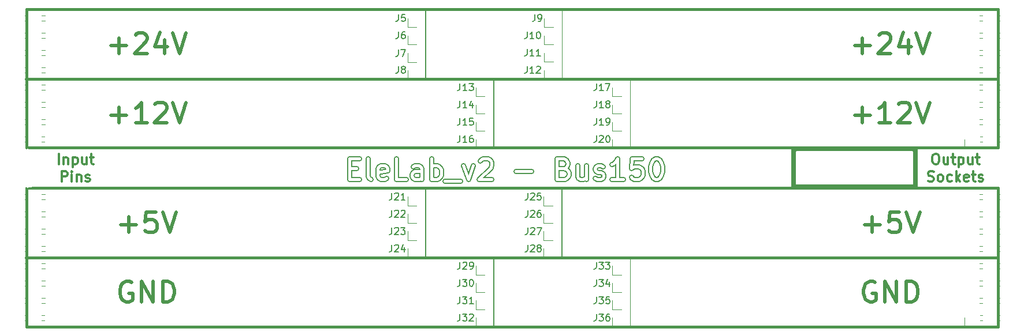
<source format=gto>
G04 #@! TF.GenerationSoftware,KiCad,Pcbnew,(5.0.2)-1*
G04 #@! TF.CreationDate,2019-08-28T19:48:53+02:00*
G04 #@! TF.ProjectId,EleLab_v2_Bus150,456c654c-6162-45f7-9632-5f4275733135,rev?*
G04 #@! TF.SameCoordinates,Original*
G04 #@! TF.FileFunction,Legend,Top*
G04 #@! TF.FilePolarity,Positive*
%FSLAX46Y46*%
G04 Gerber Fmt 4.6, Leading zero omitted, Abs format (unit mm)*
G04 Created by KiCad (PCBNEW (5.0.2)-1) date 28/08/2019 19:48:53*
%MOMM*%
%LPD*%
G01*
G04 APERTURE LIST*
%ADD10C,0.400000*%
%ADD11C,0.500000*%
%ADD12C,0.300000*%
%ADD13C,0.750000*%
%ADD14C,0.120000*%
%ADD15C,1.000000*%
%ADD16C,0.150000*%
%ADD17R,1.802000X1.802000*%
%ADD18O,1.802000X1.802000*%
%ADD19C,5.700000*%
%ADD20C,0.100000*%
%ADD21C,1.002000*%
%ADD22O,1.702000X1.702000*%
%ADD23C,1.702000*%
G04 APERTURE END LIST*
D10*
X245200000Y-107950000D02*
X245200000Y-128250000D01*
X245200000Y-118150000D02*
X102700000Y-118150000D01*
X102800000Y-128300000D02*
X245200000Y-128300000D01*
X102800000Y-107950000D02*
X245200000Y-107950000D01*
X102800000Y-107950000D02*
X102800000Y-128250000D01*
D11*
X225642857Y-113314285D02*
X227928571Y-113314285D01*
X226785714Y-114457142D02*
X226785714Y-112171428D01*
X230785714Y-111457142D02*
X229357142Y-111457142D01*
X229214285Y-112885714D01*
X229357142Y-112742857D01*
X229642857Y-112600000D01*
X230357142Y-112600000D01*
X230642857Y-112742857D01*
X230785714Y-112885714D01*
X230928571Y-113171428D01*
X230928571Y-113885714D01*
X230785714Y-114171428D01*
X230642857Y-114314285D01*
X230357142Y-114457142D01*
X229642857Y-114457142D01*
X229357142Y-114314285D01*
X229214285Y-114171428D01*
X231785714Y-111457142D02*
X232785714Y-114457142D01*
X233785714Y-111457142D01*
X227214285Y-121800000D02*
X226928571Y-121657142D01*
X226500000Y-121657142D01*
X226071428Y-121800000D01*
X225785714Y-122085714D01*
X225642857Y-122371428D01*
X225500000Y-122942857D01*
X225500000Y-123371428D01*
X225642857Y-123942857D01*
X225785714Y-124228571D01*
X226071428Y-124514285D01*
X226500000Y-124657142D01*
X226785714Y-124657142D01*
X227214285Y-124514285D01*
X227357142Y-124371428D01*
X227357142Y-123371428D01*
X226785714Y-123371428D01*
X228642857Y-124657142D02*
X228642857Y-121657142D01*
X230357142Y-124657142D01*
X230357142Y-121657142D01*
X231785714Y-124657142D02*
X231785714Y-121657142D01*
X232500000Y-121657142D01*
X232928571Y-121800000D01*
X233214285Y-122085714D01*
X233357142Y-122371428D01*
X233500000Y-122942857D01*
X233500000Y-123371428D01*
X233357142Y-123942857D01*
X233214285Y-124228571D01*
X232928571Y-124514285D01*
X232500000Y-124657142D01*
X231785714Y-124657142D01*
X118214285Y-121800000D02*
X117928571Y-121657142D01*
X117500000Y-121657142D01*
X117071428Y-121800000D01*
X116785714Y-122085714D01*
X116642857Y-122371428D01*
X116500000Y-122942857D01*
X116500000Y-123371428D01*
X116642857Y-123942857D01*
X116785714Y-124228571D01*
X117071428Y-124514285D01*
X117500000Y-124657142D01*
X117785714Y-124657142D01*
X118214285Y-124514285D01*
X118357142Y-124371428D01*
X118357142Y-123371428D01*
X117785714Y-123371428D01*
X119642857Y-124657142D02*
X119642857Y-121657142D01*
X121357142Y-124657142D01*
X121357142Y-121657142D01*
X122785714Y-124657142D02*
X122785714Y-121657142D01*
X123500000Y-121657142D01*
X123928571Y-121800000D01*
X124214285Y-122085714D01*
X124357142Y-122371428D01*
X124500000Y-122942857D01*
X124500000Y-123371428D01*
X124357142Y-123942857D01*
X124214285Y-124228571D01*
X123928571Y-124514285D01*
X123500000Y-124657142D01*
X122785714Y-124657142D01*
X116642857Y-113314285D02*
X118928571Y-113314285D01*
X117785714Y-114457142D02*
X117785714Y-112171428D01*
X121785714Y-111457142D02*
X120357142Y-111457142D01*
X120214285Y-112885714D01*
X120357142Y-112742857D01*
X120642857Y-112600000D01*
X121357142Y-112600000D01*
X121642857Y-112742857D01*
X121785714Y-112885714D01*
X121928571Y-113171428D01*
X121928571Y-113885714D01*
X121785714Y-114171428D01*
X121642857Y-114314285D01*
X121357142Y-114457142D01*
X120642857Y-114457142D01*
X120357142Y-114314285D01*
X120214285Y-114171428D01*
X122785714Y-111457142D02*
X123785714Y-114457142D01*
X124785714Y-111457142D01*
D10*
X245200000Y-81700000D02*
X245200000Y-102000000D01*
X102800000Y-81700000D02*
X102800000Y-102000000D01*
D12*
X235964285Y-102903571D02*
X236250000Y-102903571D01*
X236392857Y-102975000D01*
X236535714Y-103117857D01*
X236607142Y-103403571D01*
X236607142Y-103903571D01*
X236535714Y-104189285D01*
X236392857Y-104332142D01*
X236250000Y-104403571D01*
X235964285Y-104403571D01*
X235821428Y-104332142D01*
X235678571Y-104189285D01*
X235607142Y-103903571D01*
X235607142Y-103403571D01*
X235678571Y-103117857D01*
X235821428Y-102975000D01*
X235964285Y-102903571D01*
X237892857Y-103403571D02*
X237892857Y-104403571D01*
X237250000Y-103403571D02*
X237250000Y-104189285D01*
X237321428Y-104332142D01*
X237464285Y-104403571D01*
X237678571Y-104403571D01*
X237821428Y-104332142D01*
X237892857Y-104260714D01*
X238392857Y-103403571D02*
X238964285Y-103403571D01*
X238607142Y-102903571D02*
X238607142Y-104189285D01*
X238678571Y-104332142D01*
X238821428Y-104403571D01*
X238964285Y-104403571D01*
X239464285Y-103403571D02*
X239464285Y-104903571D01*
X239464285Y-103475000D02*
X239607142Y-103403571D01*
X239892857Y-103403571D01*
X240035714Y-103475000D01*
X240107142Y-103546428D01*
X240178571Y-103689285D01*
X240178571Y-104117857D01*
X240107142Y-104260714D01*
X240035714Y-104332142D01*
X239892857Y-104403571D01*
X239607142Y-104403571D01*
X239464285Y-104332142D01*
X241464285Y-103403571D02*
X241464285Y-104403571D01*
X240821428Y-103403571D02*
X240821428Y-104189285D01*
X240892857Y-104332142D01*
X241035714Y-104403571D01*
X241250000Y-104403571D01*
X241392857Y-104332142D01*
X241464285Y-104260714D01*
X241964285Y-103403571D02*
X242535714Y-103403571D01*
X242178571Y-102903571D02*
X242178571Y-104189285D01*
X242250000Y-104332142D01*
X242392857Y-104403571D01*
X242535714Y-104403571D01*
X234964285Y-106882142D02*
X235178571Y-106953571D01*
X235535714Y-106953571D01*
X235678571Y-106882142D01*
X235750000Y-106810714D01*
X235821428Y-106667857D01*
X235821428Y-106525000D01*
X235750000Y-106382142D01*
X235678571Y-106310714D01*
X235535714Y-106239285D01*
X235250000Y-106167857D01*
X235107142Y-106096428D01*
X235035714Y-106025000D01*
X234964285Y-105882142D01*
X234964285Y-105739285D01*
X235035714Y-105596428D01*
X235107142Y-105525000D01*
X235250000Y-105453571D01*
X235607142Y-105453571D01*
X235821428Y-105525000D01*
X236678571Y-106953571D02*
X236535714Y-106882142D01*
X236464285Y-106810714D01*
X236392857Y-106667857D01*
X236392857Y-106239285D01*
X236464285Y-106096428D01*
X236535714Y-106025000D01*
X236678571Y-105953571D01*
X236892857Y-105953571D01*
X237035714Y-106025000D01*
X237107142Y-106096428D01*
X237178571Y-106239285D01*
X237178571Y-106667857D01*
X237107142Y-106810714D01*
X237035714Y-106882142D01*
X236892857Y-106953571D01*
X236678571Y-106953571D01*
X238464285Y-106882142D02*
X238321428Y-106953571D01*
X238035714Y-106953571D01*
X237892857Y-106882142D01*
X237821428Y-106810714D01*
X237750000Y-106667857D01*
X237750000Y-106239285D01*
X237821428Y-106096428D01*
X237892857Y-106025000D01*
X238035714Y-105953571D01*
X238321428Y-105953571D01*
X238464285Y-106025000D01*
X239107142Y-106953571D02*
X239107142Y-105453571D01*
X239250000Y-106382142D02*
X239678571Y-106953571D01*
X239678571Y-105953571D02*
X239107142Y-106525000D01*
X240892857Y-106882142D02*
X240750000Y-106953571D01*
X240464285Y-106953571D01*
X240321428Y-106882142D01*
X240250000Y-106739285D01*
X240250000Y-106167857D01*
X240321428Y-106025000D01*
X240464285Y-105953571D01*
X240750000Y-105953571D01*
X240892857Y-106025000D01*
X240964285Y-106167857D01*
X240964285Y-106310714D01*
X240250000Y-106453571D01*
X241392857Y-105953571D02*
X241964285Y-105953571D01*
X241607142Y-105453571D02*
X241607142Y-106739285D01*
X241678571Y-106882142D01*
X241821428Y-106953571D01*
X241964285Y-106953571D01*
X242392857Y-106882142D02*
X242535714Y-106953571D01*
X242821428Y-106953571D01*
X242964285Y-106882142D01*
X243035714Y-106739285D01*
X243035714Y-106667857D01*
X242964285Y-106525000D01*
X242821428Y-106453571D01*
X242607142Y-106453571D01*
X242464285Y-106382142D01*
X242392857Y-106239285D01*
X242392857Y-106167857D01*
X242464285Y-106025000D01*
X242607142Y-105953571D01*
X242821428Y-105953571D01*
X242964285Y-106025000D01*
X107535714Y-104403571D02*
X107535714Y-102903571D01*
X108250000Y-103403571D02*
X108250000Y-104403571D01*
X108250000Y-103546428D02*
X108321428Y-103475000D01*
X108464285Y-103403571D01*
X108678571Y-103403571D01*
X108821428Y-103475000D01*
X108892857Y-103617857D01*
X108892857Y-104403571D01*
X109607142Y-103403571D02*
X109607142Y-104903571D01*
X109607142Y-103475000D02*
X109750000Y-103403571D01*
X110035714Y-103403571D01*
X110178571Y-103475000D01*
X110250000Y-103546428D01*
X110321428Y-103689285D01*
X110321428Y-104117857D01*
X110250000Y-104260714D01*
X110178571Y-104332142D01*
X110035714Y-104403571D01*
X109750000Y-104403571D01*
X109607142Y-104332142D01*
X111607142Y-103403571D02*
X111607142Y-104403571D01*
X110964285Y-103403571D02*
X110964285Y-104189285D01*
X111035714Y-104332142D01*
X111178571Y-104403571D01*
X111392857Y-104403571D01*
X111535714Y-104332142D01*
X111607142Y-104260714D01*
X112107142Y-103403571D02*
X112678571Y-103403571D01*
X112321428Y-102903571D02*
X112321428Y-104189285D01*
X112392857Y-104332142D01*
X112535714Y-104403571D01*
X112678571Y-104403571D01*
X107964285Y-106953571D02*
X107964285Y-105453571D01*
X108535714Y-105453571D01*
X108678571Y-105525000D01*
X108750000Y-105596428D01*
X108821428Y-105739285D01*
X108821428Y-105953571D01*
X108750000Y-106096428D01*
X108678571Y-106167857D01*
X108535714Y-106239285D01*
X107964285Y-106239285D01*
X109464285Y-106953571D02*
X109464285Y-105953571D01*
X109464285Y-105453571D02*
X109392857Y-105525000D01*
X109464285Y-105596428D01*
X109535714Y-105525000D01*
X109464285Y-105453571D01*
X109464285Y-105596428D01*
X110178571Y-105953571D02*
X110178571Y-106953571D01*
X110178571Y-106096428D02*
X110250000Y-106025000D01*
X110392857Y-105953571D01*
X110607142Y-105953571D01*
X110750000Y-106025000D01*
X110821428Y-106167857D01*
X110821428Y-106953571D01*
X111464285Y-106882142D02*
X111607142Y-106953571D01*
X111892857Y-106953571D01*
X112035714Y-106882142D01*
X112107142Y-106739285D01*
X112107142Y-106667857D01*
X112035714Y-106525000D01*
X111892857Y-106453571D01*
X111678571Y-106453571D01*
X111535714Y-106382142D01*
X111464285Y-106239285D01*
X111464285Y-106167857D01*
X111535714Y-106025000D01*
X111678571Y-105953571D01*
X111892857Y-105953571D01*
X112035714Y-106025000D01*
D10*
X102800000Y-102000000D02*
X245200000Y-102000000D01*
X245200000Y-91900000D02*
X102700000Y-91900000D01*
X102800000Y-81700000D02*
X245200000Y-81700000D01*
D11*
X224214285Y-87014285D02*
X226500000Y-87014285D01*
X225357142Y-88157142D02*
X225357142Y-85871428D01*
X227785714Y-85442857D02*
X227928571Y-85300000D01*
X228214285Y-85157142D01*
X228928571Y-85157142D01*
X229214285Y-85300000D01*
X229357142Y-85442857D01*
X229500000Y-85728571D01*
X229500000Y-86014285D01*
X229357142Y-86442857D01*
X227642857Y-88157142D01*
X229500000Y-88157142D01*
X232071428Y-86157142D02*
X232071428Y-88157142D01*
X231357142Y-85014285D02*
X230642857Y-87157142D01*
X232500000Y-87157142D01*
X233214285Y-85157142D02*
X234214285Y-88157142D01*
X235214285Y-85157142D01*
X224214285Y-97214285D02*
X226500000Y-97214285D01*
X225357142Y-98357142D02*
X225357142Y-96071428D01*
X229500000Y-98357142D02*
X227785714Y-98357142D01*
X228642857Y-98357142D02*
X228642857Y-95357142D01*
X228357142Y-95785714D01*
X228071428Y-96071428D01*
X227785714Y-96214285D01*
X230642857Y-95642857D02*
X230785714Y-95500000D01*
X231071428Y-95357142D01*
X231785714Y-95357142D01*
X232071428Y-95500000D01*
X232214285Y-95642857D01*
X232357142Y-95928571D01*
X232357142Y-96214285D01*
X232214285Y-96642857D01*
X230500000Y-98357142D01*
X232357142Y-98357142D01*
X233214285Y-95357142D02*
X234214285Y-98357142D01*
X235214285Y-95357142D01*
X115214285Y-97214285D02*
X117500000Y-97214285D01*
X116357142Y-98357142D02*
X116357142Y-96071428D01*
X120500000Y-98357142D02*
X118785714Y-98357142D01*
X119642857Y-98357142D02*
X119642857Y-95357142D01*
X119357142Y-95785714D01*
X119071428Y-96071428D01*
X118785714Y-96214285D01*
X121642857Y-95642857D02*
X121785714Y-95500000D01*
X122071428Y-95357142D01*
X122785714Y-95357142D01*
X123071428Y-95500000D01*
X123214285Y-95642857D01*
X123357142Y-95928571D01*
X123357142Y-96214285D01*
X123214285Y-96642857D01*
X121500000Y-98357142D01*
X123357142Y-98357142D01*
X124214285Y-95357142D02*
X125214285Y-98357142D01*
X126214285Y-95357142D01*
X115214285Y-87014285D02*
X117500000Y-87014285D01*
X116357142Y-88157142D02*
X116357142Y-85871428D01*
X118785714Y-85442857D02*
X118928571Y-85300000D01*
X119214285Y-85157142D01*
X119928571Y-85157142D01*
X120214285Y-85300000D01*
X120357142Y-85442857D01*
X120500000Y-85728571D01*
X120500000Y-86014285D01*
X120357142Y-86442857D01*
X118642857Y-88157142D01*
X120500000Y-88157142D01*
X123071428Y-86157142D02*
X123071428Y-88157142D01*
X122357142Y-85014285D02*
X121642857Y-87157142D01*
X123500000Y-87157142D01*
X124214285Y-85157142D02*
X125214285Y-88157142D01*
X126214285Y-85157142D01*
D13*
X150142857Y-105055714D02*
X151142857Y-105055714D01*
X151571428Y-106627142D02*
X150142857Y-106627142D01*
X150142857Y-103627142D01*
X151571428Y-103627142D01*
X153285714Y-106627142D02*
X153000000Y-106484285D01*
X152857142Y-106198571D01*
X152857142Y-103627142D01*
X155571428Y-106484285D02*
X155285714Y-106627142D01*
X154714285Y-106627142D01*
X154428571Y-106484285D01*
X154285714Y-106198571D01*
X154285714Y-105055714D01*
X154428571Y-104770000D01*
X154714285Y-104627142D01*
X155285714Y-104627142D01*
X155571428Y-104770000D01*
X155714285Y-105055714D01*
X155714285Y-105341428D01*
X154285714Y-105627142D01*
X158428571Y-106627142D02*
X157000000Y-106627142D01*
X157000000Y-103627142D01*
X160714285Y-106627142D02*
X160714285Y-105055714D01*
X160571428Y-104770000D01*
X160285714Y-104627142D01*
X159714285Y-104627142D01*
X159428571Y-104770000D01*
X160714285Y-106484285D02*
X160428571Y-106627142D01*
X159714285Y-106627142D01*
X159428571Y-106484285D01*
X159285714Y-106198571D01*
X159285714Y-105912857D01*
X159428571Y-105627142D01*
X159714285Y-105484285D01*
X160428571Y-105484285D01*
X160714285Y-105341428D01*
X162142857Y-106627142D02*
X162142857Y-103627142D01*
X162142857Y-104770000D02*
X162428571Y-104627142D01*
X163000000Y-104627142D01*
X163285714Y-104770000D01*
X163428571Y-104912857D01*
X163571428Y-105198571D01*
X163571428Y-106055714D01*
X163428571Y-106341428D01*
X163285714Y-106484285D01*
X163000000Y-106627142D01*
X162428571Y-106627142D01*
X162142857Y-106484285D01*
X164142857Y-106912857D02*
X166428571Y-106912857D01*
X166857142Y-104627142D02*
X167571428Y-106627142D01*
X168285714Y-104627142D01*
X169285714Y-103912857D02*
X169428571Y-103770000D01*
X169714285Y-103627142D01*
X170428571Y-103627142D01*
X170714285Y-103770000D01*
X170857142Y-103912857D01*
X171000000Y-104198571D01*
X171000000Y-104484285D01*
X170857142Y-104912857D01*
X169142857Y-106627142D01*
X171000000Y-106627142D01*
X174571428Y-105484285D02*
X176857142Y-105484285D01*
X181571428Y-105055714D02*
X182000000Y-105198571D01*
X182142857Y-105341428D01*
X182285714Y-105627142D01*
X182285714Y-106055714D01*
X182142857Y-106341428D01*
X182000000Y-106484285D01*
X181714285Y-106627142D01*
X180571428Y-106627142D01*
X180571428Y-103627142D01*
X181571428Y-103627142D01*
X181857142Y-103770000D01*
X182000000Y-103912857D01*
X182142857Y-104198571D01*
X182142857Y-104484285D01*
X182000000Y-104770000D01*
X181857142Y-104912857D01*
X181571428Y-105055714D01*
X180571428Y-105055714D01*
X184857142Y-104627142D02*
X184857142Y-106627142D01*
X183571428Y-104627142D02*
X183571428Y-106198571D01*
X183714285Y-106484285D01*
X184000000Y-106627142D01*
X184428571Y-106627142D01*
X184714285Y-106484285D01*
X184857142Y-106341428D01*
X186142857Y-106484285D02*
X186428571Y-106627142D01*
X187000000Y-106627142D01*
X187285714Y-106484285D01*
X187428571Y-106198571D01*
X187428571Y-106055714D01*
X187285714Y-105770000D01*
X187000000Y-105627142D01*
X186571428Y-105627142D01*
X186285714Y-105484285D01*
X186142857Y-105198571D01*
X186142857Y-105055714D01*
X186285714Y-104770000D01*
X186571428Y-104627142D01*
X187000000Y-104627142D01*
X187285714Y-104770000D01*
X190285714Y-106627142D02*
X188571428Y-106627142D01*
X189428571Y-106627142D02*
X189428571Y-103627142D01*
X189142857Y-104055714D01*
X188857142Y-104341428D01*
X188571428Y-104484285D01*
X193000000Y-103627142D02*
X191571428Y-103627142D01*
X191428571Y-105055714D01*
X191571428Y-104912857D01*
X191857142Y-104770000D01*
X192571428Y-104770000D01*
X192857142Y-104912857D01*
X193000000Y-105055714D01*
X193142857Y-105341428D01*
X193142857Y-106055714D01*
X193000000Y-106341428D01*
X192857142Y-106484285D01*
X192571428Y-106627142D01*
X191857142Y-106627142D01*
X191571428Y-106484285D01*
X191428571Y-106341428D01*
X195000000Y-103627142D02*
X195285714Y-103627142D01*
X195571428Y-103770000D01*
X195714285Y-103912857D01*
X195857142Y-104198571D01*
X196000000Y-104770000D01*
X196000000Y-105484285D01*
X195857142Y-106055714D01*
X195714285Y-106341428D01*
X195571428Y-106484285D01*
X195285714Y-106627142D01*
X195000000Y-106627142D01*
X194714285Y-106484285D01*
X194571428Y-106341428D01*
X194428571Y-106055714D01*
X194285714Y-105484285D01*
X194285714Y-104770000D01*
X194428571Y-104198571D01*
X194571428Y-103912857D01*
X194714285Y-103770000D01*
X195000000Y-103627142D01*
D14*
G04 #@! TO.C,J3*
X245460000Y-101140000D02*
X245050000Y-101140000D01*
X242950000Y-101140000D02*
X242570000Y-101140000D01*
X245460000Y-100420000D02*
X245050000Y-100420000D01*
X242950000Y-100420000D02*
X242570000Y-100420000D01*
X245460000Y-98600000D02*
X245050000Y-98600000D01*
X242950000Y-98600000D02*
X242510000Y-98600000D01*
X245460000Y-97880000D02*
X245050000Y-97880000D01*
X242950000Y-97880000D02*
X242510000Y-97880000D01*
X245460000Y-96060000D02*
X245050000Y-96060000D01*
X242950000Y-96060000D02*
X242510000Y-96060000D01*
X245460000Y-95340000D02*
X245050000Y-95340000D01*
X242950000Y-95340000D02*
X242510000Y-95340000D01*
X245460000Y-93520000D02*
X245050000Y-93520000D01*
X242950000Y-93520000D02*
X242510000Y-93520000D01*
X245460000Y-92800000D02*
X245050000Y-92800000D01*
X242950000Y-92800000D02*
X242510000Y-92800000D01*
X245460000Y-90980000D02*
X245050000Y-90980000D01*
X242950000Y-90980000D02*
X242510000Y-90980000D01*
X245460000Y-90260000D02*
X245050000Y-90260000D01*
X242950000Y-90260000D02*
X242510000Y-90260000D01*
X245460000Y-88440000D02*
X245050000Y-88440000D01*
X242950000Y-88440000D02*
X242510000Y-88440000D01*
X245460000Y-87720000D02*
X245050000Y-87720000D01*
X242950000Y-87720000D02*
X242510000Y-87720000D01*
X245460000Y-85900000D02*
X245050000Y-85900000D01*
X242950000Y-85900000D02*
X242510000Y-85900000D01*
X245460000Y-85180000D02*
X245050000Y-85180000D01*
X242950000Y-85180000D02*
X242510000Y-85180000D01*
X245460000Y-83360000D02*
X245050000Y-83360000D01*
X242950000Y-83360000D02*
X242510000Y-83360000D01*
X245460000Y-82640000D02*
X245050000Y-82640000D01*
X242950000Y-82640000D02*
X242510000Y-82640000D01*
X240350000Y-102110000D02*
X240350000Y-100780000D01*
X241460000Y-102110000D02*
X240350000Y-102110000D01*
G04 #@! TO.C,J4*
X245460000Y-127360000D02*
X245050000Y-127360000D01*
X242950000Y-127360000D02*
X242570000Y-127360000D01*
X245460000Y-126640000D02*
X245050000Y-126640000D01*
X242950000Y-126640000D02*
X242570000Y-126640000D01*
X245460000Y-124820000D02*
X245050000Y-124820000D01*
X242950000Y-124820000D02*
X242510000Y-124820000D01*
X245460000Y-124100000D02*
X245050000Y-124100000D01*
X242950000Y-124100000D02*
X242510000Y-124100000D01*
X245460000Y-122280000D02*
X245050000Y-122280000D01*
X242950000Y-122280000D02*
X242510000Y-122280000D01*
X245460000Y-121560000D02*
X245050000Y-121560000D01*
X242950000Y-121560000D02*
X242510000Y-121560000D01*
X245460000Y-119740000D02*
X245050000Y-119740000D01*
X242950000Y-119740000D02*
X242510000Y-119740000D01*
X245460000Y-119020000D02*
X245050000Y-119020000D01*
X242950000Y-119020000D02*
X242510000Y-119020000D01*
X245460000Y-117200000D02*
X245050000Y-117200000D01*
X242950000Y-117200000D02*
X242510000Y-117200000D01*
X245460000Y-116480000D02*
X245050000Y-116480000D01*
X242950000Y-116480000D02*
X242510000Y-116480000D01*
X245460000Y-114660000D02*
X245050000Y-114660000D01*
X242950000Y-114660000D02*
X242510000Y-114660000D01*
X245460000Y-113940000D02*
X245050000Y-113940000D01*
X242950000Y-113940000D02*
X242510000Y-113940000D01*
X245460000Y-112120000D02*
X245050000Y-112120000D01*
X242950000Y-112120000D02*
X242510000Y-112120000D01*
X245460000Y-111400000D02*
X245050000Y-111400000D01*
X242950000Y-111400000D02*
X242510000Y-111400000D01*
X245460000Y-109580000D02*
X245050000Y-109580000D01*
X242950000Y-109580000D02*
X242510000Y-109580000D01*
X245460000Y-108860000D02*
X245050000Y-108860000D01*
X242950000Y-108860000D02*
X242510000Y-108860000D01*
X240350000Y-128330000D02*
X240350000Y-127000000D01*
X241460000Y-128330000D02*
X240350000Y-128330000D01*
G04 #@! TO.C,J1*
X105497071Y-82620000D02*
X105042929Y-82620000D01*
X105497071Y-83380000D02*
X105042929Y-83380000D01*
X102957071Y-82620000D02*
X102560000Y-82620000D01*
X102957071Y-83380000D02*
X102560000Y-83380000D01*
X105497071Y-85160000D02*
X105042929Y-85160000D01*
X105497071Y-85920000D02*
X105042929Y-85920000D01*
X102957071Y-85160000D02*
X102560000Y-85160000D01*
X102957071Y-85920000D02*
X102560000Y-85920000D01*
X105497071Y-87700000D02*
X105042929Y-87700000D01*
X105497071Y-88460000D02*
X105042929Y-88460000D01*
X102957071Y-87700000D02*
X102560000Y-87700000D01*
X102957071Y-88460000D02*
X102560000Y-88460000D01*
X105497071Y-90240000D02*
X105042929Y-90240000D01*
X105497071Y-91000000D02*
X105042929Y-91000000D01*
X102957071Y-90240000D02*
X102560000Y-90240000D01*
X102957071Y-91000000D02*
X102560000Y-91000000D01*
X105497071Y-92780000D02*
X105042929Y-92780000D01*
X105497071Y-93540000D02*
X105042929Y-93540000D01*
X102957071Y-92780000D02*
X102560000Y-92780000D01*
X102957071Y-93540000D02*
X102560000Y-93540000D01*
X105497071Y-95320000D02*
X105042929Y-95320000D01*
X105497071Y-96080000D02*
X105042929Y-96080000D01*
X102957071Y-95320000D02*
X102560000Y-95320000D01*
X102957071Y-96080000D02*
X102560000Y-96080000D01*
X105497071Y-97860000D02*
X105042929Y-97860000D01*
X105497071Y-98620000D02*
X105042929Y-98620000D01*
X102957071Y-97860000D02*
X102560000Y-97860000D01*
X102957071Y-98620000D02*
X102560000Y-98620000D01*
X105430000Y-100400000D02*
X105042929Y-100400000D01*
X105430000Y-101160000D02*
X105042929Y-101160000D01*
X102957071Y-100400000D02*
X102560000Y-100400000D01*
X102957071Y-101160000D02*
X102560000Y-101160000D01*
G04 #@! TO.C,J2*
X105497071Y-108840000D02*
X105042929Y-108840000D01*
X105497071Y-109600000D02*
X105042929Y-109600000D01*
X102957071Y-108840000D02*
X102560000Y-108840000D01*
X102957071Y-109600000D02*
X102560000Y-109600000D01*
X105497071Y-111380000D02*
X105042929Y-111380000D01*
X105497071Y-112140000D02*
X105042929Y-112140000D01*
X102957071Y-111380000D02*
X102560000Y-111380000D01*
X102957071Y-112140000D02*
X102560000Y-112140000D01*
X105497071Y-113920000D02*
X105042929Y-113920000D01*
X105497071Y-114680000D02*
X105042929Y-114680000D01*
X102957071Y-113920000D02*
X102560000Y-113920000D01*
X102957071Y-114680000D02*
X102560000Y-114680000D01*
X105497071Y-116460000D02*
X105042929Y-116460000D01*
X105497071Y-117220000D02*
X105042929Y-117220000D01*
X102957071Y-116460000D02*
X102560000Y-116460000D01*
X102957071Y-117220000D02*
X102560000Y-117220000D01*
X105497071Y-119000000D02*
X105042929Y-119000000D01*
X105497071Y-119760000D02*
X105042929Y-119760000D01*
X102957071Y-119000000D02*
X102560000Y-119000000D01*
X102957071Y-119760000D02*
X102560000Y-119760000D01*
X105497071Y-121540000D02*
X105042929Y-121540000D01*
X105497071Y-122300000D02*
X105042929Y-122300000D01*
X102957071Y-121540000D02*
X102560000Y-121540000D01*
X102957071Y-122300000D02*
X102560000Y-122300000D01*
X105497071Y-124080000D02*
X105042929Y-124080000D01*
X105497071Y-124840000D02*
X105042929Y-124840000D01*
X102957071Y-124080000D02*
X102560000Y-124080000D01*
X102957071Y-124840000D02*
X102560000Y-124840000D01*
X105430000Y-126620000D02*
X105042929Y-126620000D01*
X105430000Y-127380000D02*
X105042929Y-127380000D01*
X102957071Y-126620000D02*
X102560000Y-126620000D01*
X102957071Y-127380000D02*
X102560000Y-127380000D01*
D15*
G04 #@! TO.C,LO_1*
X232956600Y-107640800D02*
X215430600Y-107640800D01*
X232956600Y-102306800D02*
X232956600Y-107640800D01*
X215430600Y-102306800D02*
X232956600Y-102306800D01*
X215430600Y-107640800D02*
X215430600Y-102306800D01*
D14*
G04 #@! TO.C,J5*
X161330000Y-84330000D02*
X161330000Y-81670000D01*
X161270000Y-84330000D02*
X161330000Y-84330000D01*
X161270000Y-81670000D02*
X161330000Y-81670000D01*
X161270000Y-84330000D02*
X161270000Y-81670000D01*
X160000000Y-84330000D02*
X158670000Y-84330000D01*
X158670000Y-84330000D02*
X158670000Y-83000000D01*
G04 #@! TO.C,J6*
X158670000Y-86870000D02*
X158670000Y-85540000D01*
X160000000Y-86870000D02*
X158670000Y-86870000D01*
X161270000Y-86870000D02*
X161270000Y-84210000D01*
X161270000Y-84210000D02*
X161330000Y-84210000D01*
X161270000Y-86870000D02*
X161330000Y-86870000D01*
X161330000Y-86870000D02*
X161330000Y-84210000D01*
G04 #@! TO.C,J7*
X161330000Y-89468000D02*
X161330000Y-86808000D01*
X161270000Y-89468000D02*
X161330000Y-89468000D01*
X161270000Y-86808000D02*
X161330000Y-86808000D01*
X161270000Y-89468000D02*
X161270000Y-86808000D01*
X160000000Y-89468000D02*
X158670000Y-89468000D01*
X158670000Y-89468000D02*
X158670000Y-88138000D01*
G04 #@! TO.C,J8*
X161330000Y-91950000D02*
X161330000Y-89290000D01*
X161270000Y-91950000D02*
X161330000Y-91950000D01*
X161270000Y-89290000D02*
X161330000Y-89290000D01*
X161270000Y-91950000D02*
X161270000Y-89290000D01*
X160000000Y-91950000D02*
X158670000Y-91950000D01*
X158670000Y-91950000D02*
X158670000Y-90620000D01*
G04 #@! TO.C,J9*
X181330000Y-84330000D02*
X181330000Y-81670000D01*
X181270000Y-84330000D02*
X181330000Y-84330000D01*
X181270000Y-81670000D02*
X181330000Y-81670000D01*
X181270000Y-84330000D02*
X181270000Y-81670000D01*
X180000000Y-84330000D02*
X178670000Y-84330000D01*
X178670000Y-84330000D02*
X178670000Y-83000000D01*
G04 #@! TO.C,J10*
X181330000Y-86870000D02*
X181330000Y-84210000D01*
X181270000Y-86870000D02*
X181330000Y-86870000D01*
X181270000Y-84210000D02*
X181330000Y-84210000D01*
X181270000Y-86870000D02*
X181270000Y-84210000D01*
X180000000Y-86870000D02*
X178670000Y-86870000D01*
X178670000Y-86870000D02*
X178670000Y-85540000D01*
G04 #@! TO.C,J11*
X178670000Y-89410000D02*
X178670000Y-88080000D01*
X180000000Y-89410000D02*
X178670000Y-89410000D01*
X181270000Y-89410000D02*
X181270000Y-86750000D01*
X181270000Y-86750000D02*
X181330000Y-86750000D01*
X181270000Y-89410000D02*
X181330000Y-89410000D01*
X181330000Y-89410000D02*
X181330000Y-86750000D01*
G04 #@! TO.C,J12*
X181330000Y-91950000D02*
X181330000Y-89290000D01*
X181270000Y-91950000D02*
X181330000Y-91950000D01*
X181270000Y-89290000D02*
X181330000Y-89290000D01*
X181270000Y-91950000D02*
X181270000Y-89290000D01*
X180000000Y-91950000D02*
X178670000Y-91950000D01*
X178670000Y-91950000D02*
X178670000Y-90620000D01*
G04 #@! TO.C,J13*
X171330000Y-94490000D02*
X171330000Y-91830000D01*
X171270000Y-94490000D02*
X171330000Y-94490000D01*
X171270000Y-91830000D02*
X171330000Y-91830000D01*
X171270000Y-94490000D02*
X171270000Y-91830000D01*
X170000000Y-94490000D02*
X168670000Y-94490000D01*
X168670000Y-94490000D02*
X168670000Y-93160000D01*
G04 #@! TO.C,J14*
X171330000Y-97030000D02*
X171330000Y-94370000D01*
X171270000Y-97030000D02*
X171330000Y-97030000D01*
X171270000Y-94370000D02*
X171330000Y-94370000D01*
X171270000Y-97030000D02*
X171270000Y-94370000D01*
X170000000Y-97030000D02*
X168670000Y-97030000D01*
X168670000Y-97030000D02*
X168670000Y-95700000D01*
G04 #@! TO.C,J15*
X168670000Y-99570000D02*
X168670000Y-98240000D01*
X170000000Y-99570000D02*
X168670000Y-99570000D01*
X171270000Y-99570000D02*
X171270000Y-96910000D01*
X171270000Y-96910000D02*
X171330000Y-96910000D01*
X171270000Y-99570000D02*
X171330000Y-99570000D01*
X171330000Y-99570000D02*
X171330000Y-96910000D01*
G04 #@! TO.C,J16*
X171330000Y-102110000D02*
X171330000Y-99450000D01*
X171270000Y-102110000D02*
X171330000Y-102110000D01*
X171270000Y-99450000D02*
X171330000Y-99450000D01*
X171270000Y-102110000D02*
X171270000Y-99450000D01*
X170000000Y-102110000D02*
X168670000Y-102110000D01*
X168670000Y-102110000D02*
X168670000Y-100780000D01*
G04 #@! TO.C,J17*
X188670000Y-94490000D02*
X188670000Y-93160000D01*
X190000000Y-94490000D02*
X188670000Y-94490000D01*
X191270000Y-94490000D02*
X191270000Y-91830000D01*
X191270000Y-91830000D02*
X191330000Y-91830000D01*
X191270000Y-94490000D02*
X191330000Y-94490000D01*
X191330000Y-94490000D02*
X191330000Y-91830000D01*
G04 #@! TO.C,J18*
X191330000Y-97030000D02*
X191330000Y-94370000D01*
X191270000Y-97030000D02*
X191330000Y-97030000D01*
X191270000Y-94370000D02*
X191330000Y-94370000D01*
X191270000Y-97030000D02*
X191270000Y-94370000D01*
X190000000Y-97030000D02*
X188670000Y-97030000D01*
X188670000Y-97030000D02*
X188670000Y-95700000D01*
G04 #@! TO.C,J19*
X188670000Y-99570000D02*
X188670000Y-98240000D01*
X190000000Y-99570000D02*
X188670000Y-99570000D01*
X191270000Y-99570000D02*
X191270000Y-96910000D01*
X191270000Y-96910000D02*
X191330000Y-96910000D01*
X191270000Y-99570000D02*
X191330000Y-99570000D01*
X191330000Y-99570000D02*
X191330000Y-96910000D01*
G04 #@! TO.C,J20*
X191330000Y-102110000D02*
X191330000Y-99450000D01*
X191270000Y-102110000D02*
X191330000Y-102110000D01*
X191270000Y-99450000D02*
X191330000Y-99450000D01*
X191270000Y-102110000D02*
X191270000Y-99450000D01*
X190000000Y-102110000D02*
X188670000Y-102110000D01*
X188670000Y-102110000D02*
X188670000Y-100780000D01*
G04 #@! TO.C,J21*
X158670000Y-110550000D02*
X158670000Y-109220000D01*
X160000000Y-110550000D02*
X158670000Y-110550000D01*
X161270000Y-110550000D02*
X161270000Y-107890000D01*
X161270000Y-107890000D02*
X161330000Y-107890000D01*
X161270000Y-110550000D02*
X161330000Y-110550000D01*
X161330000Y-110550000D02*
X161330000Y-107890000D01*
G04 #@! TO.C,J22*
X158670000Y-113090000D02*
X158670000Y-111760000D01*
X160000000Y-113090000D02*
X158670000Y-113090000D01*
X161270000Y-113090000D02*
X161270000Y-110430000D01*
X161270000Y-110430000D02*
X161330000Y-110430000D01*
X161270000Y-113090000D02*
X161330000Y-113090000D01*
X161330000Y-113090000D02*
X161330000Y-110430000D01*
G04 #@! TO.C,J23*
X161330000Y-115630000D02*
X161330000Y-112970000D01*
X161270000Y-115630000D02*
X161330000Y-115630000D01*
X161270000Y-112970000D02*
X161330000Y-112970000D01*
X161270000Y-115630000D02*
X161270000Y-112970000D01*
X160000000Y-115630000D02*
X158670000Y-115630000D01*
X158670000Y-115630000D02*
X158670000Y-114300000D01*
G04 #@! TO.C,J24*
X158670000Y-118170000D02*
X158670000Y-116840000D01*
X160000000Y-118170000D02*
X158670000Y-118170000D01*
X161270000Y-118170000D02*
X161270000Y-115510000D01*
X161270000Y-115510000D02*
X161330000Y-115510000D01*
X161270000Y-118170000D02*
X161330000Y-118170000D01*
X161330000Y-118170000D02*
X161330000Y-115510000D01*
G04 #@! TO.C,J25*
X178610000Y-110550000D02*
X178610000Y-109220000D01*
X179940000Y-110550000D02*
X178610000Y-110550000D01*
X181210000Y-110550000D02*
X181210000Y-107890000D01*
X181210000Y-107890000D02*
X181270000Y-107890000D01*
X181210000Y-110550000D02*
X181270000Y-110550000D01*
X181270000Y-110550000D02*
X181270000Y-107890000D01*
G04 #@! TO.C,J26*
X181270000Y-113090000D02*
X181270000Y-110430000D01*
X181210000Y-113090000D02*
X181270000Y-113090000D01*
X181210000Y-110430000D02*
X181270000Y-110430000D01*
X181210000Y-113090000D02*
X181210000Y-110430000D01*
X179940000Y-113090000D02*
X178610000Y-113090000D01*
X178610000Y-113090000D02*
X178610000Y-111760000D01*
G04 #@! TO.C,J27*
X178610000Y-115630000D02*
X178610000Y-114300000D01*
X179940000Y-115630000D02*
X178610000Y-115630000D01*
X181210000Y-115630000D02*
X181210000Y-112970000D01*
X181210000Y-112970000D02*
X181270000Y-112970000D01*
X181210000Y-115630000D02*
X181270000Y-115630000D01*
X181270000Y-115630000D02*
X181270000Y-112970000D01*
G04 #@! TO.C,J28*
X181270000Y-118170000D02*
X181270000Y-115510000D01*
X181210000Y-118170000D02*
X181270000Y-118170000D01*
X181210000Y-115510000D02*
X181270000Y-115510000D01*
X181210000Y-118170000D02*
X181210000Y-115510000D01*
X179940000Y-118170000D02*
X178610000Y-118170000D01*
X178610000Y-118170000D02*
X178610000Y-116840000D01*
G04 #@! TO.C,J29*
X168670000Y-120710000D02*
X168670000Y-119380000D01*
X170000000Y-120710000D02*
X168670000Y-120710000D01*
X171270000Y-120710000D02*
X171270000Y-118050000D01*
X171270000Y-118050000D02*
X171330000Y-118050000D01*
X171270000Y-120710000D02*
X171330000Y-120710000D01*
X171330000Y-120710000D02*
X171330000Y-118050000D01*
G04 #@! TO.C,J30*
X171330000Y-123250000D02*
X171330000Y-120590000D01*
X171270000Y-123250000D02*
X171330000Y-123250000D01*
X171270000Y-120590000D02*
X171330000Y-120590000D01*
X171270000Y-123250000D02*
X171270000Y-120590000D01*
X170000000Y-123250000D02*
X168670000Y-123250000D01*
X168670000Y-123250000D02*
X168670000Y-121920000D01*
G04 #@! TO.C,J31*
X168670000Y-125790000D02*
X168670000Y-124460000D01*
X170000000Y-125790000D02*
X168670000Y-125790000D01*
X171270000Y-125790000D02*
X171270000Y-123130000D01*
X171270000Y-123130000D02*
X171330000Y-123130000D01*
X171270000Y-125790000D02*
X171330000Y-125790000D01*
X171330000Y-125790000D02*
X171330000Y-123130000D01*
G04 #@! TO.C,J32*
X171330000Y-128330000D02*
X171330000Y-125670000D01*
X171270000Y-128330000D02*
X171330000Y-128330000D01*
X171270000Y-125670000D02*
X171330000Y-125670000D01*
X171270000Y-128330000D02*
X171270000Y-125670000D01*
X170000000Y-128330000D02*
X168670000Y-128330000D01*
X168670000Y-128330000D02*
X168670000Y-127000000D01*
G04 #@! TO.C,J33*
X188670000Y-120710000D02*
X188670000Y-119380000D01*
X190000000Y-120710000D02*
X188670000Y-120710000D01*
X191270000Y-120710000D02*
X191270000Y-118050000D01*
X191270000Y-118050000D02*
X191330000Y-118050000D01*
X191270000Y-120710000D02*
X191330000Y-120710000D01*
X191330000Y-120710000D02*
X191330000Y-118050000D01*
G04 #@! TO.C,J34*
X191330000Y-123250000D02*
X191330000Y-120590000D01*
X191270000Y-123250000D02*
X191330000Y-123250000D01*
X191270000Y-120590000D02*
X191330000Y-120590000D01*
X191270000Y-123250000D02*
X191270000Y-120590000D01*
X190000000Y-123250000D02*
X188670000Y-123250000D01*
X188670000Y-123250000D02*
X188670000Y-121920000D01*
G04 #@! TO.C,J35*
X188670000Y-125790000D02*
X188670000Y-124460000D01*
X190000000Y-125790000D02*
X188670000Y-125790000D01*
X191270000Y-125790000D02*
X191270000Y-123130000D01*
X191270000Y-123130000D02*
X191330000Y-123130000D01*
X191270000Y-125790000D02*
X191330000Y-125790000D01*
X191330000Y-125790000D02*
X191330000Y-123130000D01*
G04 #@! TO.C,J36*
X188670000Y-128330000D02*
X188670000Y-127000000D01*
X190000000Y-128330000D02*
X188670000Y-128330000D01*
X191270000Y-128330000D02*
X191270000Y-125670000D01*
X191270000Y-125670000D02*
X191330000Y-125670000D01*
X191270000Y-128330000D02*
X191330000Y-128330000D01*
X191330000Y-128330000D02*
X191330000Y-125670000D01*
G04 #@! TO.C,J5*
D16*
X157336666Y-82452380D02*
X157336666Y-83166666D01*
X157289047Y-83309523D01*
X157193809Y-83404761D01*
X157050952Y-83452380D01*
X156955714Y-83452380D01*
X158289047Y-82452380D02*
X157812857Y-82452380D01*
X157765238Y-82928571D01*
X157812857Y-82880952D01*
X157908095Y-82833333D01*
X158146190Y-82833333D01*
X158241428Y-82880952D01*
X158289047Y-82928571D01*
X158336666Y-83023809D01*
X158336666Y-83261904D01*
X158289047Y-83357142D01*
X158241428Y-83404761D01*
X158146190Y-83452380D01*
X157908095Y-83452380D01*
X157812857Y-83404761D01*
X157765238Y-83357142D01*
G04 #@! TO.C,J6*
X157336666Y-84992380D02*
X157336666Y-85706666D01*
X157289047Y-85849523D01*
X157193809Y-85944761D01*
X157050952Y-85992380D01*
X156955714Y-85992380D01*
X158241428Y-84992380D02*
X158050952Y-84992380D01*
X157955714Y-85040000D01*
X157908095Y-85087619D01*
X157812857Y-85230476D01*
X157765238Y-85420952D01*
X157765238Y-85801904D01*
X157812857Y-85897142D01*
X157860476Y-85944761D01*
X157955714Y-85992380D01*
X158146190Y-85992380D01*
X158241428Y-85944761D01*
X158289047Y-85897142D01*
X158336666Y-85801904D01*
X158336666Y-85563809D01*
X158289047Y-85468571D01*
X158241428Y-85420952D01*
X158146190Y-85373333D01*
X157955714Y-85373333D01*
X157860476Y-85420952D01*
X157812857Y-85468571D01*
X157765238Y-85563809D01*
G04 #@! TO.C,J7*
X157336666Y-87590380D02*
X157336666Y-88304666D01*
X157289047Y-88447523D01*
X157193809Y-88542761D01*
X157050952Y-88590380D01*
X156955714Y-88590380D01*
X157717619Y-87590380D02*
X158384285Y-87590380D01*
X157955714Y-88590380D01*
G04 #@! TO.C,J8*
X157336666Y-90072380D02*
X157336666Y-90786666D01*
X157289047Y-90929523D01*
X157193809Y-91024761D01*
X157050952Y-91072380D01*
X156955714Y-91072380D01*
X157955714Y-90500952D02*
X157860476Y-90453333D01*
X157812857Y-90405714D01*
X157765238Y-90310476D01*
X157765238Y-90262857D01*
X157812857Y-90167619D01*
X157860476Y-90120000D01*
X157955714Y-90072380D01*
X158146190Y-90072380D01*
X158241428Y-90120000D01*
X158289047Y-90167619D01*
X158336666Y-90262857D01*
X158336666Y-90310476D01*
X158289047Y-90405714D01*
X158241428Y-90453333D01*
X158146190Y-90500952D01*
X157955714Y-90500952D01*
X157860476Y-90548571D01*
X157812857Y-90596190D01*
X157765238Y-90691428D01*
X157765238Y-90881904D01*
X157812857Y-90977142D01*
X157860476Y-91024761D01*
X157955714Y-91072380D01*
X158146190Y-91072380D01*
X158241428Y-91024761D01*
X158289047Y-90977142D01*
X158336666Y-90881904D01*
X158336666Y-90691428D01*
X158289047Y-90596190D01*
X158241428Y-90548571D01*
X158146190Y-90500952D01*
G04 #@! TO.C,J9*
X177336666Y-82452380D02*
X177336666Y-83166666D01*
X177289047Y-83309523D01*
X177193809Y-83404761D01*
X177050952Y-83452380D01*
X176955714Y-83452380D01*
X177860476Y-83452380D02*
X178050952Y-83452380D01*
X178146190Y-83404761D01*
X178193809Y-83357142D01*
X178289047Y-83214285D01*
X178336666Y-83023809D01*
X178336666Y-82642857D01*
X178289047Y-82547619D01*
X178241428Y-82500000D01*
X178146190Y-82452380D01*
X177955714Y-82452380D01*
X177860476Y-82500000D01*
X177812857Y-82547619D01*
X177765238Y-82642857D01*
X177765238Y-82880952D01*
X177812857Y-82976190D01*
X177860476Y-83023809D01*
X177955714Y-83071428D01*
X178146190Y-83071428D01*
X178241428Y-83023809D01*
X178289047Y-82976190D01*
X178336666Y-82880952D01*
G04 #@! TO.C,J10*
X176190476Y-84992380D02*
X176190476Y-85706666D01*
X176142857Y-85849523D01*
X176047619Y-85944761D01*
X175904761Y-85992380D01*
X175809523Y-85992380D01*
X177190476Y-85992380D02*
X176619047Y-85992380D01*
X176904761Y-85992380D02*
X176904761Y-84992380D01*
X176809523Y-85135238D01*
X176714285Y-85230476D01*
X176619047Y-85278095D01*
X177809523Y-84992380D02*
X177904761Y-84992380D01*
X178000000Y-85040000D01*
X178047619Y-85087619D01*
X178095238Y-85182857D01*
X178142857Y-85373333D01*
X178142857Y-85611428D01*
X178095238Y-85801904D01*
X178047619Y-85897142D01*
X178000000Y-85944761D01*
X177904761Y-85992380D01*
X177809523Y-85992380D01*
X177714285Y-85944761D01*
X177666666Y-85897142D01*
X177619047Y-85801904D01*
X177571428Y-85611428D01*
X177571428Y-85373333D01*
X177619047Y-85182857D01*
X177666666Y-85087619D01*
X177714285Y-85040000D01*
X177809523Y-84992380D01*
G04 #@! TO.C,J11*
X176190476Y-87532380D02*
X176190476Y-88246666D01*
X176142857Y-88389523D01*
X176047619Y-88484761D01*
X175904761Y-88532380D01*
X175809523Y-88532380D01*
X177190476Y-88532380D02*
X176619047Y-88532380D01*
X176904761Y-88532380D02*
X176904761Y-87532380D01*
X176809523Y-87675238D01*
X176714285Y-87770476D01*
X176619047Y-87818095D01*
X178142857Y-88532380D02*
X177571428Y-88532380D01*
X177857142Y-88532380D02*
X177857142Y-87532380D01*
X177761904Y-87675238D01*
X177666666Y-87770476D01*
X177571428Y-87818095D01*
G04 #@! TO.C,J12*
X176190476Y-90072380D02*
X176190476Y-90786666D01*
X176142857Y-90929523D01*
X176047619Y-91024761D01*
X175904761Y-91072380D01*
X175809523Y-91072380D01*
X177190476Y-91072380D02*
X176619047Y-91072380D01*
X176904761Y-91072380D02*
X176904761Y-90072380D01*
X176809523Y-90215238D01*
X176714285Y-90310476D01*
X176619047Y-90358095D01*
X177571428Y-90167619D02*
X177619047Y-90120000D01*
X177714285Y-90072380D01*
X177952380Y-90072380D01*
X178047619Y-90120000D01*
X178095238Y-90167619D01*
X178142857Y-90262857D01*
X178142857Y-90358095D01*
X178095238Y-90500952D01*
X177523809Y-91072380D01*
X178142857Y-91072380D01*
G04 #@! TO.C,J13*
X166360476Y-92612380D02*
X166360476Y-93326666D01*
X166312857Y-93469523D01*
X166217619Y-93564761D01*
X166074761Y-93612380D01*
X165979523Y-93612380D01*
X167360476Y-93612380D02*
X166789047Y-93612380D01*
X167074761Y-93612380D02*
X167074761Y-92612380D01*
X166979523Y-92755238D01*
X166884285Y-92850476D01*
X166789047Y-92898095D01*
X167693809Y-92612380D02*
X168312857Y-92612380D01*
X167979523Y-92993333D01*
X168122380Y-92993333D01*
X168217619Y-93040952D01*
X168265238Y-93088571D01*
X168312857Y-93183809D01*
X168312857Y-93421904D01*
X168265238Y-93517142D01*
X168217619Y-93564761D01*
X168122380Y-93612380D01*
X167836666Y-93612380D01*
X167741428Y-93564761D01*
X167693809Y-93517142D01*
G04 #@! TO.C,J14*
X166360476Y-95152380D02*
X166360476Y-95866666D01*
X166312857Y-96009523D01*
X166217619Y-96104761D01*
X166074761Y-96152380D01*
X165979523Y-96152380D01*
X167360476Y-96152380D02*
X166789047Y-96152380D01*
X167074761Y-96152380D02*
X167074761Y-95152380D01*
X166979523Y-95295238D01*
X166884285Y-95390476D01*
X166789047Y-95438095D01*
X168217619Y-95485714D02*
X168217619Y-96152380D01*
X167979523Y-95104761D02*
X167741428Y-95819047D01*
X168360476Y-95819047D01*
G04 #@! TO.C,J15*
X166360476Y-97692380D02*
X166360476Y-98406666D01*
X166312857Y-98549523D01*
X166217619Y-98644761D01*
X166074761Y-98692380D01*
X165979523Y-98692380D01*
X167360476Y-98692380D02*
X166789047Y-98692380D01*
X167074761Y-98692380D02*
X167074761Y-97692380D01*
X166979523Y-97835238D01*
X166884285Y-97930476D01*
X166789047Y-97978095D01*
X168265238Y-97692380D02*
X167789047Y-97692380D01*
X167741428Y-98168571D01*
X167789047Y-98120952D01*
X167884285Y-98073333D01*
X168122380Y-98073333D01*
X168217619Y-98120952D01*
X168265238Y-98168571D01*
X168312857Y-98263809D01*
X168312857Y-98501904D01*
X168265238Y-98597142D01*
X168217619Y-98644761D01*
X168122380Y-98692380D01*
X167884285Y-98692380D01*
X167789047Y-98644761D01*
X167741428Y-98597142D01*
G04 #@! TO.C,J16*
X166360476Y-100232380D02*
X166360476Y-100946666D01*
X166312857Y-101089523D01*
X166217619Y-101184761D01*
X166074761Y-101232380D01*
X165979523Y-101232380D01*
X167360476Y-101232380D02*
X166789047Y-101232380D01*
X167074761Y-101232380D02*
X167074761Y-100232380D01*
X166979523Y-100375238D01*
X166884285Y-100470476D01*
X166789047Y-100518095D01*
X168217619Y-100232380D02*
X168027142Y-100232380D01*
X167931904Y-100280000D01*
X167884285Y-100327619D01*
X167789047Y-100470476D01*
X167741428Y-100660952D01*
X167741428Y-101041904D01*
X167789047Y-101137142D01*
X167836666Y-101184761D01*
X167931904Y-101232380D01*
X168122380Y-101232380D01*
X168217619Y-101184761D01*
X168265238Y-101137142D01*
X168312857Y-101041904D01*
X168312857Y-100803809D01*
X168265238Y-100708571D01*
X168217619Y-100660952D01*
X168122380Y-100613333D01*
X167931904Y-100613333D01*
X167836666Y-100660952D01*
X167789047Y-100708571D01*
X167741428Y-100803809D01*
G04 #@! TO.C,J17*
X186360476Y-92612380D02*
X186360476Y-93326666D01*
X186312857Y-93469523D01*
X186217619Y-93564761D01*
X186074761Y-93612380D01*
X185979523Y-93612380D01*
X187360476Y-93612380D02*
X186789047Y-93612380D01*
X187074761Y-93612380D02*
X187074761Y-92612380D01*
X186979523Y-92755238D01*
X186884285Y-92850476D01*
X186789047Y-92898095D01*
X187693809Y-92612380D02*
X188360476Y-92612380D01*
X187931904Y-93612380D01*
G04 #@! TO.C,J18*
X186360476Y-95152380D02*
X186360476Y-95866666D01*
X186312857Y-96009523D01*
X186217619Y-96104761D01*
X186074761Y-96152380D01*
X185979523Y-96152380D01*
X187360476Y-96152380D02*
X186789047Y-96152380D01*
X187074761Y-96152380D02*
X187074761Y-95152380D01*
X186979523Y-95295238D01*
X186884285Y-95390476D01*
X186789047Y-95438095D01*
X187931904Y-95580952D02*
X187836666Y-95533333D01*
X187789047Y-95485714D01*
X187741428Y-95390476D01*
X187741428Y-95342857D01*
X187789047Y-95247619D01*
X187836666Y-95200000D01*
X187931904Y-95152380D01*
X188122380Y-95152380D01*
X188217619Y-95200000D01*
X188265238Y-95247619D01*
X188312857Y-95342857D01*
X188312857Y-95390476D01*
X188265238Y-95485714D01*
X188217619Y-95533333D01*
X188122380Y-95580952D01*
X187931904Y-95580952D01*
X187836666Y-95628571D01*
X187789047Y-95676190D01*
X187741428Y-95771428D01*
X187741428Y-95961904D01*
X187789047Y-96057142D01*
X187836666Y-96104761D01*
X187931904Y-96152380D01*
X188122380Y-96152380D01*
X188217619Y-96104761D01*
X188265238Y-96057142D01*
X188312857Y-95961904D01*
X188312857Y-95771428D01*
X188265238Y-95676190D01*
X188217619Y-95628571D01*
X188122380Y-95580952D01*
G04 #@! TO.C,J19*
X186360476Y-97692380D02*
X186360476Y-98406666D01*
X186312857Y-98549523D01*
X186217619Y-98644761D01*
X186074761Y-98692380D01*
X185979523Y-98692380D01*
X187360476Y-98692380D02*
X186789047Y-98692380D01*
X187074761Y-98692380D02*
X187074761Y-97692380D01*
X186979523Y-97835238D01*
X186884285Y-97930476D01*
X186789047Y-97978095D01*
X187836666Y-98692380D02*
X188027142Y-98692380D01*
X188122380Y-98644761D01*
X188170000Y-98597142D01*
X188265238Y-98454285D01*
X188312857Y-98263809D01*
X188312857Y-97882857D01*
X188265238Y-97787619D01*
X188217619Y-97740000D01*
X188122380Y-97692380D01*
X187931904Y-97692380D01*
X187836666Y-97740000D01*
X187789047Y-97787619D01*
X187741428Y-97882857D01*
X187741428Y-98120952D01*
X187789047Y-98216190D01*
X187836666Y-98263809D01*
X187931904Y-98311428D01*
X188122380Y-98311428D01*
X188217619Y-98263809D01*
X188265238Y-98216190D01*
X188312857Y-98120952D01*
G04 #@! TO.C,J20*
X186360476Y-100232380D02*
X186360476Y-100946666D01*
X186312857Y-101089523D01*
X186217619Y-101184761D01*
X186074761Y-101232380D01*
X185979523Y-101232380D01*
X186789047Y-100327619D02*
X186836666Y-100280000D01*
X186931904Y-100232380D01*
X187170000Y-100232380D01*
X187265238Y-100280000D01*
X187312857Y-100327619D01*
X187360476Y-100422857D01*
X187360476Y-100518095D01*
X187312857Y-100660952D01*
X186741428Y-101232380D01*
X187360476Y-101232380D01*
X187979523Y-100232380D02*
X188074761Y-100232380D01*
X188170000Y-100280000D01*
X188217619Y-100327619D01*
X188265238Y-100422857D01*
X188312857Y-100613333D01*
X188312857Y-100851428D01*
X188265238Y-101041904D01*
X188217619Y-101137142D01*
X188170000Y-101184761D01*
X188074761Y-101232380D01*
X187979523Y-101232380D01*
X187884285Y-101184761D01*
X187836666Y-101137142D01*
X187789047Y-101041904D01*
X187741428Y-100851428D01*
X187741428Y-100613333D01*
X187789047Y-100422857D01*
X187836666Y-100327619D01*
X187884285Y-100280000D01*
X187979523Y-100232380D01*
G04 #@! TO.C,J21*
X156360476Y-108672380D02*
X156360476Y-109386666D01*
X156312857Y-109529523D01*
X156217619Y-109624761D01*
X156074761Y-109672380D01*
X155979523Y-109672380D01*
X156789047Y-108767619D02*
X156836666Y-108720000D01*
X156931904Y-108672380D01*
X157170000Y-108672380D01*
X157265238Y-108720000D01*
X157312857Y-108767619D01*
X157360476Y-108862857D01*
X157360476Y-108958095D01*
X157312857Y-109100952D01*
X156741428Y-109672380D01*
X157360476Y-109672380D01*
X158312857Y-109672380D02*
X157741428Y-109672380D01*
X158027142Y-109672380D02*
X158027142Y-108672380D01*
X157931904Y-108815238D01*
X157836666Y-108910476D01*
X157741428Y-108958095D01*
G04 #@! TO.C,J22*
X156360476Y-111212380D02*
X156360476Y-111926666D01*
X156312857Y-112069523D01*
X156217619Y-112164761D01*
X156074761Y-112212380D01*
X155979523Y-112212380D01*
X156789047Y-111307619D02*
X156836666Y-111260000D01*
X156931904Y-111212380D01*
X157170000Y-111212380D01*
X157265238Y-111260000D01*
X157312857Y-111307619D01*
X157360476Y-111402857D01*
X157360476Y-111498095D01*
X157312857Y-111640952D01*
X156741428Y-112212380D01*
X157360476Y-112212380D01*
X157741428Y-111307619D02*
X157789047Y-111260000D01*
X157884285Y-111212380D01*
X158122380Y-111212380D01*
X158217619Y-111260000D01*
X158265238Y-111307619D01*
X158312857Y-111402857D01*
X158312857Y-111498095D01*
X158265238Y-111640952D01*
X157693809Y-112212380D01*
X158312857Y-112212380D01*
G04 #@! TO.C,J23*
X156360476Y-113752380D02*
X156360476Y-114466666D01*
X156312857Y-114609523D01*
X156217619Y-114704761D01*
X156074761Y-114752380D01*
X155979523Y-114752380D01*
X156789047Y-113847619D02*
X156836666Y-113800000D01*
X156931904Y-113752380D01*
X157170000Y-113752380D01*
X157265238Y-113800000D01*
X157312857Y-113847619D01*
X157360476Y-113942857D01*
X157360476Y-114038095D01*
X157312857Y-114180952D01*
X156741428Y-114752380D01*
X157360476Y-114752380D01*
X157693809Y-113752380D02*
X158312857Y-113752380D01*
X157979523Y-114133333D01*
X158122380Y-114133333D01*
X158217619Y-114180952D01*
X158265238Y-114228571D01*
X158312857Y-114323809D01*
X158312857Y-114561904D01*
X158265238Y-114657142D01*
X158217619Y-114704761D01*
X158122380Y-114752380D01*
X157836666Y-114752380D01*
X157741428Y-114704761D01*
X157693809Y-114657142D01*
G04 #@! TO.C,J24*
X156360476Y-116292380D02*
X156360476Y-117006666D01*
X156312857Y-117149523D01*
X156217619Y-117244761D01*
X156074761Y-117292380D01*
X155979523Y-117292380D01*
X156789047Y-116387619D02*
X156836666Y-116340000D01*
X156931904Y-116292380D01*
X157170000Y-116292380D01*
X157265238Y-116340000D01*
X157312857Y-116387619D01*
X157360476Y-116482857D01*
X157360476Y-116578095D01*
X157312857Y-116720952D01*
X156741428Y-117292380D01*
X157360476Y-117292380D01*
X158217619Y-116625714D02*
X158217619Y-117292380D01*
X157979523Y-116244761D02*
X157741428Y-116959047D01*
X158360476Y-116959047D01*
G04 #@! TO.C,J25*
X176300476Y-108672380D02*
X176300476Y-109386666D01*
X176252857Y-109529523D01*
X176157619Y-109624761D01*
X176014761Y-109672380D01*
X175919523Y-109672380D01*
X176729047Y-108767619D02*
X176776666Y-108720000D01*
X176871904Y-108672380D01*
X177110000Y-108672380D01*
X177205238Y-108720000D01*
X177252857Y-108767619D01*
X177300476Y-108862857D01*
X177300476Y-108958095D01*
X177252857Y-109100952D01*
X176681428Y-109672380D01*
X177300476Y-109672380D01*
X178205238Y-108672380D02*
X177729047Y-108672380D01*
X177681428Y-109148571D01*
X177729047Y-109100952D01*
X177824285Y-109053333D01*
X178062380Y-109053333D01*
X178157619Y-109100952D01*
X178205238Y-109148571D01*
X178252857Y-109243809D01*
X178252857Y-109481904D01*
X178205238Y-109577142D01*
X178157619Y-109624761D01*
X178062380Y-109672380D01*
X177824285Y-109672380D01*
X177729047Y-109624761D01*
X177681428Y-109577142D01*
G04 #@! TO.C,J26*
X176300476Y-111212380D02*
X176300476Y-111926666D01*
X176252857Y-112069523D01*
X176157619Y-112164761D01*
X176014761Y-112212380D01*
X175919523Y-112212380D01*
X176729047Y-111307619D02*
X176776666Y-111260000D01*
X176871904Y-111212380D01*
X177110000Y-111212380D01*
X177205238Y-111260000D01*
X177252857Y-111307619D01*
X177300476Y-111402857D01*
X177300476Y-111498095D01*
X177252857Y-111640952D01*
X176681428Y-112212380D01*
X177300476Y-112212380D01*
X178157619Y-111212380D02*
X177967142Y-111212380D01*
X177871904Y-111260000D01*
X177824285Y-111307619D01*
X177729047Y-111450476D01*
X177681428Y-111640952D01*
X177681428Y-112021904D01*
X177729047Y-112117142D01*
X177776666Y-112164761D01*
X177871904Y-112212380D01*
X178062380Y-112212380D01*
X178157619Y-112164761D01*
X178205238Y-112117142D01*
X178252857Y-112021904D01*
X178252857Y-111783809D01*
X178205238Y-111688571D01*
X178157619Y-111640952D01*
X178062380Y-111593333D01*
X177871904Y-111593333D01*
X177776666Y-111640952D01*
X177729047Y-111688571D01*
X177681428Y-111783809D01*
G04 #@! TO.C,J27*
X176300476Y-113752380D02*
X176300476Y-114466666D01*
X176252857Y-114609523D01*
X176157619Y-114704761D01*
X176014761Y-114752380D01*
X175919523Y-114752380D01*
X176729047Y-113847619D02*
X176776666Y-113800000D01*
X176871904Y-113752380D01*
X177110000Y-113752380D01*
X177205238Y-113800000D01*
X177252857Y-113847619D01*
X177300476Y-113942857D01*
X177300476Y-114038095D01*
X177252857Y-114180952D01*
X176681428Y-114752380D01*
X177300476Y-114752380D01*
X177633809Y-113752380D02*
X178300476Y-113752380D01*
X177871904Y-114752380D01*
G04 #@! TO.C,J28*
X176300476Y-116292380D02*
X176300476Y-117006666D01*
X176252857Y-117149523D01*
X176157619Y-117244761D01*
X176014761Y-117292380D01*
X175919523Y-117292380D01*
X176729047Y-116387619D02*
X176776666Y-116340000D01*
X176871904Y-116292380D01*
X177110000Y-116292380D01*
X177205238Y-116340000D01*
X177252857Y-116387619D01*
X177300476Y-116482857D01*
X177300476Y-116578095D01*
X177252857Y-116720952D01*
X176681428Y-117292380D01*
X177300476Y-117292380D01*
X177871904Y-116720952D02*
X177776666Y-116673333D01*
X177729047Y-116625714D01*
X177681428Y-116530476D01*
X177681428Y-116482857D01*
X177729047Y-116387619D01*
X177776666Y-116340000D01*
X177871904Y-116292380D01*
X178062380Y-116292380D01*
X178157619Y-116340000D01*
X178205238Y-116387619D01*
X178252857Y-116482857D01*
X178252857Y-116530476D01*
X178205238Y-116625714D01*
X178157619Y-116673333D01*
X178062380Y-116720952D01*
X177871904Y-116720952D01*
X177776666Y-116768571D01*
X177729047Y-116816190D01*
X177681428Y-116911428D01*
X177681428Y-117101904D01*
X177729047Y-117197142D01*
X177776666Y-117244761D01*
X177871904Y-117292380D01*
X178062380Y-117292380D01*
X178157619Y-117244761D01*
X178205238Y-117197142D01*
X178252857Y-117101904D01*
X178252857Y-116911428D01*
X178205238Y-116816190D01*
X178157619Y-116768571D01*
X178062380Y-116720952D01*
G04 #@! TO.C,J29*
X166360476Y-118832380D02*
X166360476Y-119546666D01*
X166312857Y-119689523D01*
X166217619Y-119784761D01*
X166074761Y-119832380D01*
X165979523Y-119832380D01*
X166789047Y-118927619D02*
X166836666Y-118880000D01*
X166931904Y-118832380D01*
X167170000Y-118832380D01*
X167265238Y-118880000D01*
X167312857Y-118927619D01*
X167360476Y-119022857D01*
X167360476Y-119118095D01*
X167312857Y-119260952D01*
X166741428Y-119832380D01*
X167360476Y-119832380D01*
X167836666Y-119832380D02*
X168027142Y-119832380D01*
X168122380Y-119784761D01*
X168170000Y-119737142D01*
X168265238Y-119594285D01*
X168312857Y-119403809D01*
X168312857Y-119022857D01*
X168265238Y-118927619D01*
X168217619Y-118880000D01*
X168122380Y-118832380D01*
X167931904Y-118832380D01*
X167836666Y-118880000D01*
X167789047Y-118927619D01*
X167741428Y-119022857D01*
X167741428Y-119260952D01*
X167789047Y-119356190D01*
X167836666Y-119403809D01*
X167931904Y-119451428D01*
X168122380Y-119451428D01*
X168217619Y-119403809D01*
X168265238Y-119356190D01*
X168312857Y-119260952D01*
G04 #@! TO.C,J30*
X166360476Y-121372380D02*
X166360476Y-122086666D01*
X166312857Y-122229523D01*
X166217619Y-122324761D01*
X166074761Y-122372380D01*
X165979523Y-122372380D01*
X166741428Y-121372380D02*
X167360476Y-121372380D01*
X167027142Y-121753333D01*
X167170000Y-121753333D01*
X167265238Y-121800952D01*
X167312857Y-121848571D01*
X167360476Y-121943809D01*
X167360476Y-122181904D01*
X167312857Y-122277142D01*
X167265238Y-122324761D01*
X167170000Y-122372380D01*
X166884285Y-122372380D01*
X166789047Y-122324761D01*
X166741428Y-122277142D01*
X167979523Y-121372380D02*
X168074761Y-121372380D01*
X168170000Y-121420000D01*
X168217619Y-121467619D01*
X168265238Y-121562857D01*
X168312857Y-121753333D01*
X168312857Y-121991428D01*
X168265238Y-122181904D01*
X168217619Y-122277142D01*
X168170000Y-122324761D01*
X168074761Y-122372380D01*
X167979523Y-122372380D01*
X167884285Y-122324761D01*
X167836666Y-122277142D01*
X167789047Y-122181904D01*
X167741428Y-121991428D01*
X167741428Y-121753333D01*
X167789047Y-121562857D01*
X167836666Y-121467619D01*
X167884285Y-121420000D01*
X167979523Y-121372380D01*
G04 #@! TO.C,J31*
X166360476Y-123912380D02*
X166360476Y-124626666D01*
X166312857Y-124769523D01*
X166217619Y-124864761D01*
X166074761Y-124912380D01*
X165979523Y-124912380D01*
X166741428Y-123912380D02*
X167360476Y-123912380D01*
X167027142Y-124293333D01*
X167170000Y-124293333D01*
X167265238Y-124340952D01*
X167312857Y-124388571D01*
X167360476Y-124483809D01*
X167360476Y-124721904D01*
X167312857Y-124817142D01*
X167265238Y-124864761D01*
X167170000Y-124912380D01*
X166884285Y-124912380D01*
X166789047Y-124864761D01*
X166741428Y-124817142D01*
X168312857Y-124912380D02*
X167741428Y-124912380D01*
X168027142Y-124912380D02*
X168027142Y-123912380D01*
X167931904Y-124055238D01*
X167836666Y-124150476D01*
X167741428Y-124198095D01*
G04 #@! TO.C,J32*
X166360476Y-126452380D02*
X166360476Y-127166666D01*
X166312857Y-127309523D01*
X166217619Y-127404761D01*
X166074761Y-127452380D01*
X165979523Y-127452380D01*
X166741428Y-126452380D02*
X167360476Y-126452380D01*
X167027142Y-126833333D01*
X167170000Y-126833333D01*
X167265238Y-126880952D01*
X167312857Y-126928571D01*
X167360476Y-127023809D01*
X167360476Y-127261904D01*
X167312857Y-127357142D01*
X167265238Y-127404761D01*
X167170000Y-127452380D01*
X166884285Y-127452380D01*
X166789047Y-127404761D01*
X166741428Y-127357142D01*
X167741428Y-126547619D02*
X167789047Y-126500000D01*
X167884285Y-126452380D01*
X168122380Y-126452380D01*
X168217619Y-126500000D01*
X168265238Y-126547619D01*
X168312857Y-126642857D01*
X168312857Y-126738095D01*
X168265238Y-126880952D01*
X167693809Y-127452380D01*
X168312857Y-127452380D01*
G04 #@! TO.C,J33*
X186360476Y-118832380D02*
X186360476Y-119546666D01*
X186312857Y-119689523D01*
X186217619Y-119784761D01*
X186074761Y-119832380D01*
X185979523Y-119832380D01*
X186741428Y-118832380D02*
X187360476Y-118832380D01*
X187027142Y-119213333D01*
X187170000Y-119213333D01*
X187265238Y-119260952D01*
X187312857Y-119308571D01*
X187360476Y-119403809D01*
X187360476Y-119641904D01*
X187312857Y-119737142D01*
X187265238Y-119784761D01*
X187170000Y-119832380D01*
X186884285Y-119832380D01*
X186789047Y-119784761D01*
X186741428Y-119737142D01*
X187693809Y-118832380D02*
X188312857Y-118832380D01*
X187979523Y-119213333D01*
X188122380Y-119213333D01*
X188217619Y-119260952D01*
X188265238Y-119308571D01*
X188312857Y-119403809D01*
X188312857Y-119641904D01*
X188265238Y-119737142D01*
X188217619Y-119784761D01*
X188122380Y-119832380D01*
X187836666Y-119832380D01*
X187741428Y-119784761D01*
X187693809Y-119737142D01*
G04 #@! TO.C,J34*
X186360476Y-121372380D02*
X186360476Y-122086666D01*
X186312857Y-122229523D01*
X186217619Y-122324761D01*
X186074761Y-122372380D01*
X185979523Y-122372380D01*
X186741428Y-121372380D02*
X187360476Y-121372380D01*
X187027142Y-121753333D01*
X187170000Y-121753333D01*
X187265238Y-121800952D01*
X187312857Y-121848571D01*
X187360476Y-121943809D01*
X187360476Y-122181904D01*
X187312857Y-122277142D01*
X187265238Y-122324761D01*
X187170000Y-122372380D01*
X186884285Y-122372380D01*
X186789047Y-122324761D01*
X186741428Y-122277142D01*
X188217619Y-121705714D02*
X188217619Y-122372380D01*
X187979523Y-121324761D02*
X187741428Y-122039047D01*
X188360476Y-122039047D01*
G04 #@! TO.C,J35*
X186360476Y-123912380D02*
X186360476Y-124626666D01*
X186312857Y-124769523D01*
X186217619Y-124864761D01*
X186074761Y-124912380D01*
X185979523Y-124912380D01*
X186741428Y-123912380D02*
X187360476Y-123912380D01*
X187027142Y-124293333D01*
X187170000Y-124293333D01*
X187265238Y-124340952D01*
X187312857Y-124388571D01*
X187360476Y-124483809D01*
X187360476Y-124721904D01*
X187312857Y-124817142D01*
X187265238Y-124864761D01*
X187170000Y-124912380D01*
X186884285Y-124912380D01*
X186789047Y-124864761D01*
X186741428Y-124817142D01*
X188265238Y-123912380D02*
X187789047Y-123912380D01*
X187741428Y-124388571D01*
X187789047Y-124340952D01*
X187884285Y-124293333D01*
X188122380Y-124293333D01*
X188217619Y-124340952D01*
X188265238Y-124388571D01*
X188312857Y-124483809D01*
X188312857Y-124721904D01*
X188265238Y-124817142D01*
X188217619Y-124864761D01*
X188122380Y-124912380D01*
X187884285Y-124912380D01*
X187789047Y-124864761D01*
X187741428Y-124817142D01*
G04 #@! TO.C,J36*
X186360476Y-126452380D02*
X186360476Y-127166666D01*
X186312857Y-127309523D01*
X186217619Y-127404761D01*
X186074761Y-127452380D01*
X185979523Y-127452380D01*
X186741428Y-126452380D02*
X187360476Y-126452380D01*
X187027142Y-126833333D01*
X187170000Y-126833333D01*
X187265238Y-126880952D01*
X187312857Y-126928571D01*
X187360476Y-127023809D01*
X187360476Y-127261904D01*
X187312857Y-127357142D01*
X187265238Y-127404761D01*
X187170000Y-127452380D01*
X186884285Y-127452380D01*
X186789047Y-127404761D01*
X186741428Y-127357142D01*
X188217619Y-126452380D02*
X188027142Y-126452380D01*
X187931904Y-126500000D01*
X187884285Y-126547619D01*
X187789047Y-126690476D01*
X187741428Y-126880952D01*
X187741428Y-127261904D01*
X187789047Y-127357142D01*
X187836666Y-127404761D01*
X187931904Y-127452380D01*
X188122380Y-127452380D01*
X188217619Y-127404761D01*
X188265238Y-127357142D01*
X188312857Y-127261904D01*
X188312857Y-127023809D01*
X188265238Y-126928571D01*
X188217619Y-126880952D01*
X188122380Y-126833333D01*
X187931904Y-126833333D01*
X187836666Y-126880952D01*
X187789047Y-126928571D01*
X187741428Y-127023809D01*
G04 #@! TD*
%LPC*%
D10*
X150142857Y-105055714D02*
X151142857Y-105055714D01*
X151571428Y-106627142D02*
X150142857Y-106627142D01*
X150142857Y-103627142D01*
X151571428Y-103627142D01*
X153285714Y-106627142D02*
X153000000Y-106484285D01*
X152857142Y-106198571D01*
X152857142Y-103627142D01*
X155571428Y-106484285D02*
X155285714Y-106627142D01*
X154714285Y-106627142D01*
X154428571Y-106484285D01*
X154285714Y-106198571D01*
X154285714Y-105055714D01*
X154428571Y-104770000D01*
X154714285Y-104627142D01*
X155285714Y-104627142D01*
X155571428Y-104770000D01*
X155714285Y-105055714D01*
X155714285Y-105341428D01*
X154285714Y-105627142D01*
X158428571Y-106627142D02*
X157000000Y-106627142D01*
X157000000Y-103627142D01*
X160714285Y-106627142D02*
X160714285Y-105055714D01*
X160571428Y-104770000D01*
X160285714Y-104627142D01*
X159714285Y-104627142D01*
X159428571Y-104770000D01*
X160714285Y-106484285D02*
X160428571Y-106627142D01*
X159714285Y-106627142D01*
X159428571Y-106484285D01*
X159285714Y-106198571D01*
X159285714Y-105912857D01*
X159428571Y-105627142D01*
X159714285Y-105484285D01*
X160428571Y-105484285D01*
X160714285Y-105341428D01*
X162142857Y-106627142D02*
X162142857Y-103627142D01*
X162142857Y-104770000D02*
X162428571Y-104627142D01*
X163000000Y-104627142D01*
X163285714Y-104770000D01*
X163428571Y-104912857D01*
X163571428Y-105198571D01*
X163571428Y-106055714D01*
X163428571Y-106341428D01*
X163285714Y-106484285D01*
X163000000Y-106627142D01*
X162428571Y-106627142D01*
X162142857Y-106484285D01*
X164142857Y-106912857D02*
X166428571Y-106912857D01*
X166857142Y-104627142D02*
X167571428Y-106627142D01*
X168285714Y-104627142D01*
X169285714Y-103912857D02*
X169428571Y-103770000D01*
X169714285Y-103627142D01*
X170428571Y-103627142D01*
X170714285Y-103770000D01*
X170857142Y-103912857D01*
X171000000Y-104198571D01*
X171000000Y-104484285D01*
X170857142Y-104912857D01*
X169142857Y-106627142D01*
X171000000Y-106627142D01*
X174571428Y-105484285D02*
X176857142Y-105484285D01*
X181571428Y-105055714D02*
X182000000Y-105198571D01*
X182142857Y-105341428D01*
X182285714Y-105627142D01*
X182285714Y-106055714D01*
X182142857Y-106341428D01*
X182000000Y-106484285D01*
X181714285Y-106627142D01*
X180571428Y-106627142D01*
X180571428Y-103627142D01*
X181571428Y-103627142D01*
X181857142Y-103770000D01*
X182000000Y-103912857D01*
X182142857Y-104198571D01*
X182142857Y-104484285D01*
X182000000Y-104770000D01*
X181857142Y-104912857D01*
X181571428Y-105055714D01*
X180571428Y-105055714D01*
X184857142Y-104627142D02*
X184857142Y-106627142D01*
X183571428Y-104627142D02*
X183571428Y-106198571D01*
X183714285Y-106484285D01*
X184000000Y-106627142D01*
X184428571Y-106627142D01*
X184714285Y-106484285D01*
X184857142Y-106341428D01*
X186142857Y-106484285D02*
X186428571Y-106627142D01*
X187000000Y-106627142D01*
X187285714Y-106484285D01*
X187428571Y-106198571D01*
X187428571Y-106055714D01*
X187285714Y-105770000D01*
X187000000Y-105627142D01*
X186571428Y-105627142D01*
X186285714Y-105484285D01*
X186142857Y-105198571D01*
X186142857Y-105055714D01*
X186285714Y-104770000D01*
X186571428Y-104627142D01*
X187000000Y-104627142D01*
X187285714Y-104770000D01*
X190285714Y-106627142D02*
X188571428Y-106627142D01*
X189428571Y-106627142D02*
X189428571Y-103627142D01*
X189142857Y-104055714D01*
X188857142Y-104341428D01*
X188571428Y-104484285D01*
X193000000Y-103627142D02*
X191571428Y-103627142D01*
X191428571Y-105055714D01*
X191571428Y-104912857D01*
X191857142Y-104770000D01*
X192571428Y-104770000D01*
X192857142Y-104912857D01*
X193000000Y-105055714D01*
X193142857Y-105341428D01*
X193142857Y-106055714D01*
X193000000Y-106341428D01*
X192857142Y-106484285D01*
X192571428Y-106627142D01*
X191857142Y-106627142D01*
X191571428Y-106484285D01*
X191428571Y-106341428D01*
X195000000Y-103627142D02*
X195285714Y-103627142D01*
X195571428Y-103770000D01*
X195714285Y-103912857D01*
X195857142Y-104198571D01*
X196000000Y-104770000D01*
X196000000Y-105484285D01*
X195857142Y-106055714D01*
X195714285Y-106341428D01*
X195571428Y-106484285D01*
X195285714Y-106627142D01*
X195000000Y-106627142D01*
X194714285Y-106484285D01*
X194571428Y-106341428D01*
X194428571Y-106055714D01*
X194285714Y-105484285D01*
X194285714Y-104770000D01*
X194428571Y-104198571D01*
X194571428Y-103912857D01*
X194714285Y-103770000D01*
X195000000Y-103627142D01*
D16*
G04 #@! TO.C,LO_1*
G36*
X232677200Y-102611600D02*
X215710000Y-102611600D01*
X215710000Y-107336000D01*
X232677200Y-107336000D01*
X232677200Y-102611600D01*
G37*
X232677200Y-102611600D02*
X215710000Y-102611600D01*
X215710000Y-107336000D01*
X232677200Y-107336000D01*
X232677200Y-102611600D01*
G04 #@! TD*
D17*
G04 #@! TO.C,J3*
X241460000Y-100780000D03*
D18*
X244000000Y-100780000D03*
X241460000Y-98240000D03*
X244000000Y-98240000D03*
X241460000Y-95700000D03*
X244000000Y-95700000D03*
X241460000Y-93160000D03*
X244000000Y-93160000D03*
X241460000Y-90620000D03*
X244000000Y-90620000D03*
X241460000Y-88080000D03*
X244000000Y-88080000D03*
X241460000Y-85540000D03*
X244000000Y-85540000D03*
X241460000Y-83000000D03*
X244000000Y-83000000D03*
G04 #@! TD*
D17*
G04 #@! TO.C,J4*
X241460000Y-127000000D03*
D18*
X244000000Y-127000000D03*
X241460000Y-124460000D03*
X244000000Y-124460000D03*
X241460000Y-121920000D03*
X244000000Y-121920000D03*
X241460000Y-119380000D03*
X244000000Y-119380000D03*
X241460000Y-116840000D03*
X244000000Y-116840000D03*
X241460000Y-114300000D03*
X244000000Y-114300000D03*
X241460000Y-111760000D03*
X244000000Y-111760000D03*
X241460000Y-109220000D03*
X244000000Y-109220000D03*
G04 #@! TD*
G04 #@! TO.C,J1*
X104000000Y-83000000D03*
X106540000Y-83000000D03*
X104000000Y-85540000D03*
X106540000Y-85540000D03*
X104000000Y-88080000D03*
X106540000Y-88080000D03*
X104000000Y-90620000D03*
X106540000Y-90620000D03*
X104000000Y-93160000D03*
X106540000Y-93160000D03*
X104000000Y-95700000D03*
X106540000Y-95700000D03*
X104000000Y-98240000D03*
X106540000Y-98240000D03*
X104000000Y-100780000D03*
D17*
X106540000Y-100780000D03*
G04 #@! TD*
D18*
G04 #@! TO.C,J2*
X104000000Y-109220000D03*
X106540000Y-109220000D03*
X104000000Y-111760000D03*
X106540000Y-111760000D03*
X104000000Y-114300000D03*
X106540000Y-114300000D03*
X104000000Y-116840000D03*
X106540000Y-116840000D03*
X104000000Y-119380000D03*
X106540000Y-119380000D03*
X104000000Y-121920000D03*
X106540000Y-121920000D03*
X104000000Y-124460000D03*
X106540000Y-124460000D03*
X104000000Y-127000000D03*
D17*
X106540000Y-127000000D03*
G04 #@! TD*
D19*
G04 #@! TO.C,H1*
X103000000Y-105000000D03*
G04 #@! TD*
G04 #@! TO.C,H2*
X247000000Y-105000000D03*
G04 #@! TD*
D20*
G04 #@! TO.C,LO_1*
G36*
X225719653Y-103135006D02*
X225743970Y-103138613D01*
X225767816Y-103144586D01*
X225790962Y-103152868D01*
X225813185Y-103163379D01*
X225834270Y-103176017D01*
X225854016Y-103190661D01*
X225872230Y-103207170D01*
X225888739Y-103225384D01*
X225903383Y-103245130D01*
X225916021Y-103266215D01*
X225926532Y-103288438D01*
X225934814Y-103311584D01*
X225940787Y-103335430D01*
X225944394Y-103359747D01*
X225945600Y-103384300D01*
X225945600Y-104785300D01*
X225944394Y-104809853D01*
X225940787Y-104834170D01*
X225934814Y-104858016D01*
X225926532Y-104881162D01*
X225916021Y-104903385D01*
X225903383Y-104924470D01*
X225888739Y-104944216D01*
X225872230Y-104962430D01*
X225854016Y-104978939D01*
X225834270Y-104993583D01*
X225813185Y-105006221D01*
X225790962Y-105016732D01*
X225767816Y-105025014D01*
X225743970Y-105030987D01*
X225719653Y-105034594D01*
X225695100Y-105035800D01*
X225194100Y-105035800D01*
X225169547Y-105034594D01*
X225145230Y-105030987D01*
X225121384Y-105025014D01*
X225098238Y-105016732D01*
X225076015Y-105006221D01*
X225054930Y-104993583D01*
X225035184Y-104978939D01*
X225016970Y-104962430D01*
X225000461Y-104944216D01*
X224985817Y-104924470D01*
X224973179Y-104903385D01*
X224962668Y-104881162D01*
X224954386Y-104858016D01*
X224948413Y-104834170D01*
X224944806Y-104809853D01*
X224943600Y-104785300D01*
X224943600Y-103384300D01*
X224944806Y-103359747D01*
X224948413Y-103335430D01*
X224954386Y-103311584D01*
X224962668Y-103288438D01*
X224973179Y-103266215D01*
X224985817Y-103245130D01*
X225000461Y-103225384D01*
X225016970Y-103207170D01*
X225035184Y-103190661D01*
X225054930Y-103176017D01*
X225076015Y-103163379D01*
X225098238Y-103152868D01*
X225121384Y-103144586D01*
X225145230Y-103138613D01*
X225169547Y-103135006D01*
X225194100Y-103133800D01*
X225695100Y-103133800D01*
X225719653Y-103135006D01*
X225719653Y-103135006D01*
G37*
D21*
X225444600Y-104084800D03*
D20*
G36*
X223979653Y-103135006D02*
X224003970Y-103138613D01*
X224027816Y-103144586D01*
X224050962Y-103152868D01*
X224073185Y-103163379D01*
X224094270Y-103176017D01*
X224114016Y-103190661D01*
X224132230Y-103207170D01*
X224148739Y-103225384D01*
X224163383Y-103245130D01*
X224176021Y-103266215D01*
X224186532Y-103288438D01*
X224194814Y-103311584D01*
X224200787Y-103335430D01*
X224204394Y-103359747D01*
X224205600Y-103384300D01*
X224205600Y-104785300D01*
X224204394Y-104809853D01*
X224200787Y-104834170D01*
X224194814Y-104858016D01*
X224186532Y-104881162D01*
X224176021Y-104903385D01*
X224163383Y-104924470D01*
X224148739Y-104944216D01*
X224132230Y-104962430D01*
X224114016Y-104978939D01*
X224094270Y-104993583D01*
X224073185Y-105006221D01*
X224050962Y-105016732D01*
X224027816Y-105025014D01*
X224003970Y-105030987D01*
X223979653Y-105034594D01*
X223955100Y-105035800D01*
X223454100Y-105035800D01*
X223429547Y-105034594D01*
X223405230Y-105030987D01*
X223381384Y-105025014D01*
X223358238Y-105016732D01*
X223336015Y-105006221D01*
X223314930Y-104993583D01*
X223295184Y-104978939D01*
X223276970Y-104962430D01*
X223260461Y-104944216D01*
X223245817Y-104924470D01*
X223233179Y-104903385D01*
X223222668Y-104881162D01*
X223214386Y-104858016D01*
X223208413Y-104834170D01*
X223204806Y-104809853D01*
X223203600Y-104785300D01*
X223203600Y-103384300D01*
X223204806Y-103359747D01*
X223208413Y-103335430D01*
X223214386Y-103311584D01*
X223222668Y-103288438D01*
X223233179Y-103266215D01*
X223245817Y-103245130D01*
X223260461Y-103225384D01*
X223276970Y-103207170D01*
X223295184Y-103190661D01*
X223314930Y-103176017D01*
X223336015Y-103163379D01*
X223358238Y-103152868D01*
X223381384Y-103144586D01*
X223405230Y-103138613D01*
X223429547Y-103135006D01*
X223454100Y-103133800D01*
X223955100Y-103133800D01*
X223979653Y-103135006D01*
X223979653Y-103135006D01*
G37*
D21*
X223704600Y-104084800D03*
D22*
X228384600Y-104084800D03*
D23*
X220764600Y-104084800D03*
G04 #@! TD*
D17*
G04 #@! TO.C,J5*
X160000000Y-83000000D03*
G04 #@! TD*
G04 #@! TO.C,J6*
X160000000Y-85540000D03*
G04 #@! TD*
G04 #@! TO.C,J7*
X160000000Y-88080000D03*
G04 #@! TD*
G04 #@! TO.C,J8*
X160000000Y-90620000D03*
G04 #@! TD*
G04 #@! TO.C,J9*
X180000000Y-83000000D03*
G04 #@! TD*
G04 #@! TO.C,J10*
X180000000Y-85540000D03*
G04 #@! TD*
G04 #@! TO.C,J11*
X180000000Y-88080000D03*
G04 #@! TD*
G04 #@! TO.C,J12*
X180000000Y-90620000D03*
G04 #@! TD*
G04 #@! TO.C,J13*
X170000000Y-93160000D03*
G04 #@! TD*
G04 #@! TO.C,J14*
X170000000Y-95700000D03*
G04 #@! TD*
G04 #@! TO.C,J15*
X170000000Y-98240000D03*
G04 #@! TD*
G04 #@! TO.C,J16*
X170000000Y-100780000D03*
G04 #@! TD*
G04 #@! TO.C,J17*
X190000000Y-93160000D03*
G04 #@! TD*
G04 #@! TO.C,J18*
X190000000Y-95700000D03*
G04 #@! TD*
G04 #@! TO.C,J19*
X190000000Y-98240000D03*
G04 #@! TD*
G04 #@! TO.C,J20*
X190000000Y-100780000D03*
G04 #@! TD*
G04 #@! TO.C,J21*
X160000000Y-109220000D03*
G04 #@! TD*
G04 #@! TO.C,J22*
X160000000Y-111760000D03*
G04 #@! TD*
G04 #@! TO.C,J23*
X160000000Y-114300000D03*
G04 #@! TD*
G04 #@! TO.C,J24*
X160000000Y-116840000D03*
G04 #@! TD*
G04 #@! TO.C,J25*
X179940000Y-109220000D03*
G04 #@! TD*
G04 #@! TO.C,J26*
X179940000Y-111760000D03*
G04 #@! TD*
G04 #@! TO.C,J27*
X179940000Y-114300000D03*
G04 #@! TD*
G04 #@! TO.C,J28*
X179940000Y-116840000D03*
G04 #@! TD*
G04 #@! TO.C,J29*
X170000000Y-119380000D03*
G04 #@! TD*
G04 #@! TO.C,J30*
X170000000Y-121920000D03*
G04 #@! TD*
G04 #@! TO.C,J31*
X170000000Y-124460000D03*
G04 #@! TD*
G04 #@! TO.C,J32*
X170000000Y-127000000D03*
G04 #@! TD*
G04 #@! TO.C,J33*
X190000000Y-119380000D03*
G04 #@! TD*
G04 #@! TO.C,J34*
X190000000Y-121920000D03*
G04 #@! TD*
G04 #@! TO.C,J35*
X190000000Y-124460000D03*
G04 #@! TD*
G04 #@! TO.C,J36*
X190000000Y-127000000D03*
G04 #@! TD*
M02*

</source>
